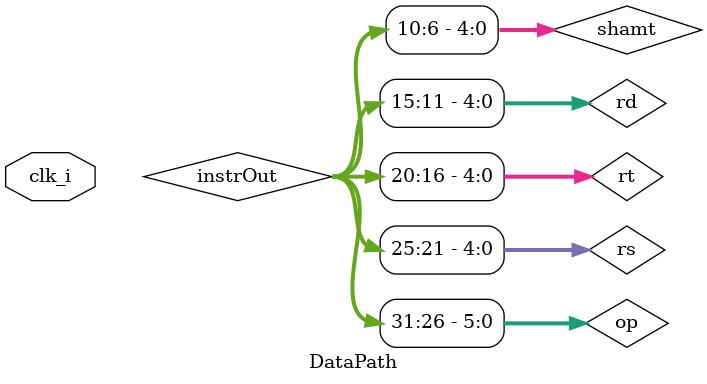
<source format=v>
module DataPath (input clk_i);
    /* Fetch stage */
    wire [31:0] instr;
    wire [31:0] instrAddr;
    wire [31:0] pcOut;
    wire [31:0] nextPc;
    InstructionMemory im(.address_i(instrAddr), .instruction_o(instr));
    PC pc(.clk_i(clk_i), .next_i(nextPc), .pc_o(instrAddr));
    PCIncrement pc_inc(.pc_i(instrAddr), .pc_o(pcOut));
    

    /* Fetch/Decode buffer */
    wire [31:0] instrOut;
    wire [31:0] nextInstrAddr;
    FDBuffer fd_buf(
        .clk_i(clk_i),
        .instr_i(instr),
        .nextInstrAddr_i(pcOut),
        .instr_o(instrOut),
        .nextInstrAddr_o(nextInstrAddr)
    );


    /* Decode stage */
    // Instruction segments
    wire [5:0] op;
    wire [4:0] rs;
    wire [4:0] rt;
    wire [4:0] rd;
    wire [4:0] shamt;
    wire [5:0] funct;
    wire [15:0] immediate;
    assign {op, rs, rt, rd, shamt, funct} = instrOut;
    assign immediate = instr[15:0];

    // Control signals
    wire memToReg, memToRead, memToWrite, regWrite, regDst, branch, aluSrc;
    wire [1:0] aluOp;
    Control ctrl(
        .ctrl_i(op), 
	    .regDst_o(regDst),
	    .branch_o(branch),
	    .memToRead_o(memToRead),
	    .memToReg_o(memToReg),
	    .aluOp_o(aluOp),
	    .memToWrite_o(memToWrite),
	    .aluSrc_o(aluSrc),
	    .regWrite_o(regWrite)
    );

    wire [31:0] dataRead1, dataRead2, dataWriteWb;
    wire [31:0] seOut;
    wire [4:0] writeAddrRegWb;
    wire regWriteWb;
    Registers reg_bank(
        .readAddr1_i(rs),
        .readAddr2_i(rt),
        .writeAddr_i(writeAddrRegWb),
        .dataWrite_i(dataWriteWb), 
        .writeEnable_i(regWriteWb), 
        .dataRead1_o(dataRead1),
        .dataRead2_o(dataRead2)
    );
    SignExtend se(.data_i(immediate), .data_o(seOut));


    /* Decode/Execute buffer */
    wire memToRegEx, memToReadEx, memToWriteEx, regWriteEx, regDstEx, branchEx, aluSrcEx;
    wire [1:0] aluOpEx;
    wire [31:0] nextInstrAddrEx, rsDataEx, rtDataEx, signExtendEx;
    wire [4:0] rtAddrEx, rdAddrEx;
    wire [5:0] functEx;

    DEBuffer de_buf(
        .clk_i(clk_i),

        // Input control signals
        .regDst_i(regDst),
        .branch_i(branch),
        .memToRead_i(memToRead),
        .memToReg_i(memToReg),
        .aluOp_i(aluOp),
        .memToWrite_i(memToWrite),
        .aluSrc_i(aluSrc),
        .regWrite_i(regWrite),

        // Input from decode stage
        .nextInstrAddr_i(nextInstrAddr),
        .rsData_i(dataRead1),
        .rtData_i(dataRead2),
        .signExtend_i(seOut),
        .rtAddr_i(rt),
        .rdAddr_i(rd),
        .funct_i(funct),

        // Output control signals
        .regDst_o(regDstEx),
        .branch_o(branchEx),
        .memToRead_o(memToReadEx),
        .memToReg_o(memToRegEx),
        .aluOp_o(aluOpEx),
        .memToWrite_o(memToWriteEx),
        .aluSrc_o(aluSrcEx),
        .regWrite_o(regWriteEx),

        // Output to execute stage
        .nextInstrAddr_o(nextInstrAddrEx),
        .rsData_o(rsDataEx),
        .rtData_o(rtDataEx),
        .signExtend_o(signExtendEx),
        .rtAddr_o(rtAddrEx),
        .rdAddr_o(rdAddrEx),
        .funct_o(functEx)
    );


    /* Execute stage */
    wire [31:0] boOut;
    wire [4:0] writeAddrRegEx;
    wire [31:0] aluB, aluResult;
    wire [3:0] aluSel;
    wire zf;

    MUX #(5) muxRegDst (.data0_i(rtAddrEx), .data1_i(rdAddrEx), .sel_i(regDstEx), .data_o(writeAddrRegEx));
    MUX muxAluSrc(.data0_i(rtDataEx), .data1_i(signExtendEx), .sel_i(aluSrcEx), .data_o(aluB));
    BranchOffset branchOffset(.pc_i(nextInstrAddrEx), .offset_i(signExtendEx), .pc_o(boOut));
    ALUControl aluCtrl(.aluOp_i(aluOpEx), .funct_i(functEx), .sel_o(aluSel));
    ALU alu(.a_i(rsDataEx), .b_i(aluB), .op_i(aluSel), .res_o(aluResult), .zf_o(zf));


    /* Execute/Memory buffer */
    wire branchMem, memToReadMem, memToRegMem, memToWriteMem, regWriteMem, zfMem;
    wire [31:0] branchAddrMem, aluResultMem, rtDataMem;
    wire [4:0] writeAddrRegMem;

    EMBuffer em_buf(
        .clk_i(clk_i),

        // Input control signals
        .branch_i(branchEx),
        .memToRead_i(memToReadEx),
        .memToReg_i(memToRegEx),
        .memToWrite_i(memToWriteEx),
        .regWrite_i(regWriteEx),
        .zf_i(zf),

        // Input from execute stage
        .branchAddr_i(boOut),
        .aluResult_i(aluResult),
        .rtData_i(rtDataEx),
        .writeAddrReg_i(writeAddrRegEx),

        // Output control signals
        .branch_o(branchMem),
        .memToRead_o(memToReadMem),
        .memToReg_o(memToRegMem),
        .memToWrite_o(memToWriteMem),
        .regWrite_o(regWriteMem),
        .zf_o(zfMem),

        // Output to memory stage
        .branchAddr_o(branchAddrMem),
        .aluResult_o(aluResultMem),
        .rtData_o(rtDataMem),
        .writeAddrReg_o(writeAddrRegMem)
    );


    /* Memory access stage */
    wire pcSrc;
    wire [31:0] dataMemOut;
    assign pcSrc = branchMem & zfMem;

    DataMemory ram(
        .readEnable_i(memToReadMem),
        .writeEnable_i(memToWriteMem), 
        .address_i(aluResultMem),
        .dataWrite_i(rtDataMem),
        .dataRead_o(dataMemOut)
    );
    MUX muxPcSrc(.data0_i(pcOut), .data1_i(branchAddrMem), .sel_i(pcSrc), .data_o(nextPc));


    /* Memory/Write back buffer */
    wire memToRegWb;
    wire [31:0] dataMemOutWb, aluResultWb;

    MWBuffer mw_buf(
        .clk_i(clk_i),

        // Input control signals
        .memToReg_i(memToRegMem),
        .regWrite_i(regWriteMem),

        // Input from memory stage
        .dataMem_i(dataMemOut),
        .aluResult_i(aluResultMem),
        .writeAddrReg_i(writeAddrRegMem),

        // Output control signals
        .memToReg_o(memToRegWb),
        .regWrite_o(regWriteWb),

        // Output to write back stage
        .dataMem_o(dataMemOutWb),
        .aluResult_o(aluResultWb),
        .writeAddrReg_o(writeAddrRegWb)
    );


    /* Write back stage */
    MUX muxMemToReg(.data0_i(aluResultWb), .data1_i(dataMemOutWb), .sel_i(memToRegWb), .data_o(dataWriteWb));

endmodule

</source>
